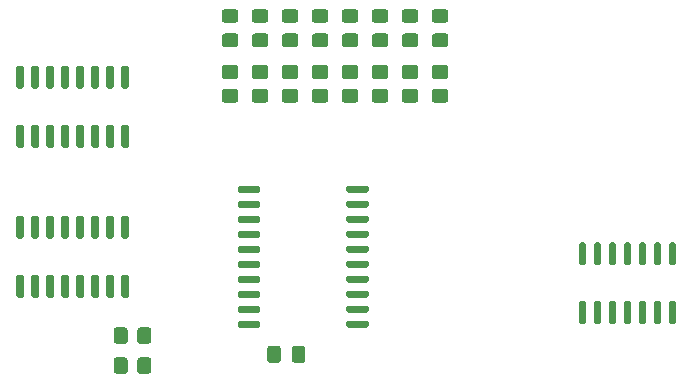
<source format=gbr>
G04 #@! TF.GenerationSoftware,KiCad,Pcbnew,(5.1.8)-1*
G04 #@! TF.CreationDate,2024-01-14T12:36:08+03:00*
G04 #@! TF.ProjectId,Reg,5265672e-6b69-4636-9164-5f7063625858,rev?*
G04 #@! TF.SameCoordinates,Original*
G04 #@! TF.FileFunction,Paste,Top*
G04 #@! TF.FilePolarity,Positive*
%FSLAX46Y46*%
G04 Gerber Fmt 4.6, Leading zero omitted, Abs format (unit mm)*
G04 Created by KiCad (PCBNEW (5.1.8)-1) date 2024-01-14 12:36:08*
%MOMM*%
%LPD*%
G01*
G04 APERTURE LIST*
G04 APERTURE END LIST*
G36*
G01*
X73425000Y-45535001D02*
X73425000Y-44634999D01*
G75*
G02*
X73674999Y-44385000I249999J0D01*
G01*
X74375001Y-44385000D01*
G75*
G02*
X74625000Y-44634999I0J-249999D01*
G01*
X74625000Y-45535001D01*
G75*
G02*
X74375001Y-45785000I-249999J0D01*
G01*
X73674999Y-45785000D01*
G75*
G02*
X73425000Y-45535001I0J249999D01*
G01*
G37*
G36*
G01*
X71425000Y-45535001D02*
X71425000Y-44634999D01*
G75*
G02*
X71674999Y-44385000I249999J0D01*
G01*
X72375001Y-44385000D01*
G75*
G02*
X72625000Y-44634999I0J-249999D01*
G01*
X72625000Y-45535001D01*
G75*
G02*
X72375001Y-45785000I-249999J0D01*
G01*
X71674999Y-45785000D01*
G75*
G02*
X71425000Y-45535001I0J249999D01*
G01*
G37*
G36*
G01*
X73425000Y-48075001D02*
X73425000Y-47174999D01*
G75*
G02*
X73674999Y-46925000I249999J0D01*
G01*
X74375001Y-46925000D01*
G75*
G02*
X74625000Y-47174999I0J-249999D01*
G01*
X74625000Y-48075001D01*
G75*
G02*
X74375001Y-48325000I-249999J0D01*
G01*
X73674999Y-48325000D01*
G75*
G02*
X73425000Y-48075001I0J249999D01*
G01*
G37*
G36*
G01*
X71425000Y-48075001D02*
X71425000Y-47174999D01*
G75*
G02*
X71674999Y-46925000I249999J0D01*
G01*
X72375001Y-46925000D01*
G75*
G02*
X72625000Y-47174999I0J-249999D01*
G01*
X72625000Y-48075001D01*
G75*
G02*
X72375001Y-48325000I-249999J0D01*
G01*
X71674999Y-48325000D01*
G75*
G02*
X71425000Y-48075001I0J249999D01*
G01*
G37*
G36*
G01*
X63650000Y-24217500D02*
X63350000Y-24217500D01*
G75*
G02*
X63200000Y-24067500I0J150000D01*
G01*
X63200000Y-22367500D01*
G75*
G02*
X63350000Y-22217500I150000J0D01*
G01*
X63650000Y-22217500D01*
G75*
G02*
X63800000Y-22367500I0J-150000D01*
G01*
X63800000Y-24067500D01*
G75*
G02*
X63650000Y-24217500I-150000J0D01*
G01*
G37*
G36*
G01*
X64920000Y-24217500D02*
X64620000Y-24217500D01*
G75*
G02*
X64470000Y-24067500I0J150000D01*
G01*
X64470000Y-22367500D01*
G75*
G02*
X64620000Y-22217500I150000J0D01*
G01*
X64920000Y-22217500D01*
G75*
G02*
X65070000Y-22367500I0J-150000D01*
G01*
X65070000Y-24067500D01*
G75*
G02*
X64920000Y-24217500I-150000J0D01*
G01*
G37*
G36*
G01*
X66190000Y-24217500D02*
X65890000Y-24217500D01*
G75*
G02*
X65740000Y-24067500I0J150000D01*
G01*
X65740000Y-22367500D01*
G75*
G02*
X65890000Y-22217500I150000J0D01*
G01*
X66190000Y-22217500D01*
G75*
G02*
X66340000Y-22367500I0J-150000D01*
G01*
X66340000Y-24067500D01*
G75*
G02*
X66190000Y-24217500I-150000J0D01*
G01*
G37*
G36*
G01*
X67460000Y-24217500D02*
X67160000Y-24217500D01*
G75*
G02*
X67010000Y-24067500I0J150000D01*
G01*
X67010000Y-22367500D01*
G75*
G02*
X67160000Y-22217500I150000J0D01*
G01*
X67460000Y-22217500D01*
G75*
G02*
X67610000Y-22367500I0J-150000D01*
G01*
X67610000Y-24067500D01*
G75*
G02*
X67460000Y-24217500I-150000J0D01*
G01*
G37*
G36*
G01*
X68730000Y-24217500D02*
X68430000Y-24217500D01*
G75*
G02*
X68280000Y-24067500I0J150000D01*
G01*
X68280000Y-22367500D01*
G75*
G02*
X68430000Y-22217500I150000J0D01*
G01*
X68730000Y-22217500D01*
G75*
G02*
X68880000Y-22367500I0J-150000D01*
G01*
X68880000Y-24067500D01*
G75*
G02*
X68730000Y-24217500I-150000J0D01*
G01*
G37*
G36*
G01*
X70000000Y-24217500D02*
X69700000Y-24217500D01*
G75*
G02*
X69550000Y-24067500I0J150000D01*
G01*
X69550000Y-22367500D01*
G75*
G02*
X69700000Y-22217500I150000J0D01*
G01*
X70000000Y-22217500D01*
G75*
G02*
X70150000Y-22367500I0J-150000D01*
G01*
X70150000Y-24067500D01*
G75*
G02*
X70000000Y-24217500I-150000J0D01*
G01*
G37*
G36*
G01*
X71270000Y-24217500D02*
X70970000Y-24217500D01*
G75*
G02*
X70820000Y-24067500I0J150000D01*
G01*
X70820000Y-22367500D01*
G75*
G02*
X70970000Y-22217500I150000J0D01*
G01*
X71270000Y-22217500D01*
G75*
G02*
X71420000Y-22367500I0J-150000D01*
G01*
X71420000Y-24067500D01*
G75*
G02*
X71270000Y-24217500I-150000J0D01*
G01*
G37*
G36*
G01*
X72540000Y-24217500D02*
X72240000Y-24217500D01*
G75*
G02*
X72090000Y-24067500I0J150000D01*
G01*
X72090000Y-22367500D01*
G75*
G02*
X72240000Y-22217500I150000J0D01*
G01*
X72540000Y-22217500D01*
G75*
G02*
X72690000Y-22367500I0J-150000D01*
G01*
X72690000Y-24067500D01*
G75*
G02*
X72540000Y-24217500I-150000J0D01*
G01*
G37*
G36*
G01*
X72540000Y-29217500D02*
X72240000Y-29217500D01*
G75*
G02*
X72090000Y-29067500I0J150000D01*
G01*
X72090000Y-27367500D01*
G75*
G02*
X72240000Y-27217500I150000J0D01*
G01*
X72540000Y-27217500D01*
G75*
G02*
X72690000Y-27367500I0J-150000D01*
G01*
X72690000Y-29067500D01*
G75*
G02*
X72540000Y-29217500I-150000J0D01*
G01*
G37*
G36*
G01*
X71270000Y-29217500D02*
X70970000Y-29217500D01*
G75*
G02*
X70820000Y-29067500I0J150000D01*
G01*
X70820000Y-27367500D01*
G75*
G02*
X70970000Y-27217500I150000J0D01*
G01*
X71270000Y-27217500D01*
G75*
G02*
X71420000Y-27367500I0J-150000D01*
G01*
X71420000Y-29067500D01*
G75*
G02*
X71270000Y-29217500I-150000J0D01*
G01*
G37*
G36*
G01*
X70000000Y-29217500D02*
X69700000Y-29217500D01*
G75*
G02*
X69550000Y-29067500I0J150000D01*
G01*
X69550000Y-27367500D01*
G75*
G02*
X69700000Y-27217500I150000J0D01*
G01*
X70000000Y-27217500D01*
G75*
G02*
X70150000Y-27367500I0J-150000D01*
G01*
X70150000Y-29067500D01*
G75*
G02*
X70000000Y-29217500I-150000J0D01*
G01*
G37*
G36*
G01*
X68730000Y-29217500D02*
X68430000Y-29217500D01*
G75*
G02*
X68280000Y-29067500I0J150000D01*
G01*
X68280000Y-27367500D01*
G75*
G02*
X68430000Y-27217500I150000J0D01*
G01*
X68730000Y-27217500D01*
G75*
G02*
X68880000Y-27367500I0J-150000D01*
G01*
X68880000Y-29067500D01*
G75*
G02*
X68730000Y-29217500I-150000J0D01*
G01*
G37*
G36*
G01*
X67460000Y-29217500D02*
X67160000Y-29217500D01*
G75*
G02*
X67010000Y-29067500I0J150000D01*
G01*
X67010000Y-27367500D01*
G75*
G02*
X67160000Y-27217500I150000J0D01*
G01*
X67460000Y-27217500D01*
G75*
G02*
X67610000Y-27367500I0J-150000D01*
G01*
X67610000Y-29067500D01*
G75*
G02*
X67460000Y-29217500I-150000J0D01*
G01*
G37*
G36*
G01*
X66190000Y-29217500D02*
X65890000Y-29217500D01*
G75*
G02*
X65740000Y-29067500I0J150000D01*
G01*
X65740000Y-27367500D01*
G75*
G02*
X65890000Y-27217500I150000J0D01*
G01*
X66190000Y-27217500D01*
G75*
G02*
X66340000Y-27367500I0J-150000D01*
G01*
X66340000Y-29067500D01*
G75*
G02*
X66190000Y-29217500I-150000J0D01*
G01*
G37*
G36*
G01*
X64920000Y-29217500D02*
X64620000Y-29217500D01*
G75*
G02*
X64470000Y-29067500I0J150000D01*
G01*
X64470000Y-27367500D01*
G75*
G02*
X64620000Y-27217500I150000J0D01*
G01*
X64920000Y-27217500D01*
G75*
G02*
X65070000Y-27367500I0J-150000D01*
G01*
X65070000Y-29067500D01*
G75*
G02*
X64920000Y-29217500I-150000J0D01*
G01*
G37*
G36*
G01*
X63650000Y-29217500D02*
X63350000Y-29217500D01*
G75*
G02*
X63200000Y-29067500I0J150000D01*
G01*
X63200000Y-27367500D01*
G75*
G02*
X63350000Y-27217500I150000J0D01*
G01*
X63650000Y-27217500D01*
G75*
G02*
X63800000Y-27367500I0J-150000D01*
G01*
X63800000Y-29067500D01*
G75*
G02*
X63650000Y-29217500I-150000J0D01*
G01*
G37*
G36*
G01*
X63650000Y-36917500D02*
X63350000Y-36917500D01*
G75*
G02*
X63200000Y-36767500I0J150000D01*
G01*
X63200000Y-35067500D01*
G75*
G02*
X63350000Y-34917500I150000J0D01*
G01*
X63650000Y-34917500D01*
G75*
G02*
X63800000Y-35067500I0J-150000D01*
G01*
X63800000Y-36767500D01*
G75*
G02*
X63650000Y-36917500I-150000J0D01*
G01*
G37*
G36*
G01*
X64920000Y-36917500D02*
X64620000Y-36917500D01*
G75*
G02*
X64470000Y-36767500I0J150000D01*
G01*
X64470000Y-35067500D01*
G75*
G02*
X64620000Y-34917500I150000J0D01*
G01*
X64920000Y-34917500D01*
G75*
G02*
X65070000Y-35067500I0J-150000D01*
G01*
X65070000Y-36767500D01*
G75*
G02*
X64920000Y-36917500I-150000J0D01*
G01*
G37*
G36*
G01*
X66190000Y-36917500D02*
X65890000Y-36917500D01*
G75*
G02*
X65740000Y-36767500I0J150000D01*
G01*
X65740000Y-35067500D01*
G75*
G02*
X65890000Y-34917500I150000J0D01*
G01*
X66190000Y-34917500D01*
G75*
G02*
X66340000Y-35067500I0J-150000D01*
G01*
X66340000Y-36767500D01*
G75*
G02*
X66190000Y-36917500I-150000J0D01*
G01*
G37*
G36*
G01*
X67460000Y-36917500D02*
X67160000Y-36917500D01*
G75*
G02*
X67010000Y-36767500I0J150000D01*
G01*
X67010000Y-35067500D01*
G75*
G02*
X67160000Y-34917500I150000J0D01*
G01*
X67460000Y-34917500D01*
G75*
G02*
X67610000Y-35067500I0J-150000D01*
G01*
X67610000Y-36767500D01*
G75*
G02*
X67460000Y-36917500I-150000J0D01*
G01*
G37*
G36*
G01*
X68730000Y-36917500D02*
X68430000Y-36917500D01*
G75*
G02*
X68280000Y-36767500I0J150000D01*
G01*
X68280000Y-35067500D01*
G75*
G02*
X68430000Y-34917500I150000J0D01*
G01*
X68730000Y-34917500D01*
G75*
G02*
X68880000Y-35067500I0J-150000D01*
G01*
X68880000Y-36767500D01*
G75*
G02*
X68730000Y-36917500I-150000J0D01*
G01*
G37*
G36*
G01*
X70000000Y-36917500D02*
X69700000Y-36917500D01*
G75*
G02*
X69550000Y-36767500I0J150000D01*
G01*
X69550000Y-35067500D01*
G75*
G02*
X69700000Y-34917500I150000J0D01*
G01*
X70000000Y-34917500D01*
G75*
G02*
X70150000Y-35067500I0J-150000D01*
G01*
X70150000Y-36767500D01*
G75*
G02*
X70000000Y-36917500I-150000J0D01*
G01*
G37*
G36*
G01*
X71270000Y-36917500D02*
X70970000Y-36917500D01*
G75*
G02*
X70820000Y-36767500I0J150000D01*
G01*
X70820000Y-35067500D01*
G75*
G02*
X70970000Y-34917500I150000J0D01*
G01*
X71270000Y-34917500D01*
G75*
G02*
X71420000Y-35067500I0J-150000D01*
G01*
X71420000Y-36767500D01*
G75*
G02*
X71270000Y-36917500I-150000J0D01*
G01*
G37*
G36*
G01*
X72540000Y-36917500D02*
X72240000Y-36917500D01*
G75*
G02*
X72090000Y-36767500I0J150000D01*
G01*
X72090000Y-35067500D01*
G75*
G02*
X72240000Y-34917500I150000J0D01*
G01*
X72540000Y-34917500D01*
G75*
G02*
X72690000Y-35067500I0J-150000D01*
G01*
X72690000Y-36767500D01*
G75*
G02*
X72540000Y-36917500I-150000J0D01*
G01*
G37*
G36*
G01*
X72540000Y-41917500D02*
X72240000Y-41917500D01*
G75*
G02*
X72090000Y-41767500I0J150000D01*
G01*
X72090000Y-40067500D01*
G75*
G02*
X72240000Y-39917500I150000J0D01*
G01*
X72540000Y-39917500D01*
G75*
G02*
X72690000Y-40067500I0J-150000D01*
G01*
X72690000Y-41767500D01*
G75*
G02*
X72540000Y-41917500I-150000J0D01*
G01*
G37*
G36*
G01*
X71270000Y-41917500D02*
X70970000Y-41917500D01*
G75*
G02*
X70820000Y-41767500I0J150000D01*
G01*
X70820000Y-40067500D01*
G75*
G02*
X70970000Y-39917500I150000J0D01*
G01*
X71270000Y-39917500D01*
G75*
G02*
X71420000Y-40067500I0J-150000D01*
G01*
X71420000Y-41767500D01*
G75*
G02*
X71270000Y-41917500I-150000J0D01*
G01*
G37*
G36*
G01*
X70000000Y-41917500D02*
X69700000Y-41917500D01*
G75*
G02*
X69550000Y-41767500I0J150000D01*
G01*
X69550000Y-40067500D01*
G75*
G02*
X69700000Y-39917500I150000J0D01*
G01*
X70000000Y-39917500D01*
G75*
G02*
X70150000Y-40067500I0J-150000D01*
G01*
X70150000Y-41767500D01*
G75*
G02*
X70000000Y-41917500I-150000J0D01*
G01*
G37*
G36*
G01*
X68730000Y-41917500D02*
X68430000Y-41917500D01*
G75*
G02*
X68280000Y-41767500I0J150000D01*
G01*
X68280000Y-40067500D01*
G75*
G02*
X68430000Y-39917500I150000J0D01*
G01*
X68730000Y-39917500D01*
G75*
G02*
X68880000Y-40067500I0J-150000D01*
G01*
X68880000Y-41767500D01*
G75*
G02*
X68730000Y-41917500I-150000J0D01*
G01*
G37*
G36*
G01*
X67460000Y-41917500D02*
X67160000Y-41917500D01*
G75*
G02*
X67010000Y-41767500I0J150000D01*
G01*
X67010000Y-40067500D01*
G75*
G02*
X67160000Y-39917500I150000J0D01*
G01*
X67460000Y-39917500D01*
G75*
G02*
X67610000Y-40067500I0J-150000D01*
G01*
X67610000Y-41767500D01*
G75*
G02*
X67460000Y-41917500I-150000J0D01*
G01*
G37*
G36*
G01*
X66190000Y-41917500D02*
X65890000Y-41917500D01*
G75*
G02*
X65740000Y-41767500I0J150000D01*
G01*
X65740000Y-40067500D01*
G75*
G02*
X65890000Y-39917500I150000J0D01*
G01*
X66190000Y-39917500D01*
G75*
G02*
X66340000Y-40067500I0J-150000D01*
G01*
X66340000Y-41767500D01*
G75*
G02*
X66190000Y-41917500I-150000J0D01*
G01*
G37*
G36*
G01*
X64920000Y-41917500D02*
X64620000Y-41917500D01*
G75*
G02*
X64470000Y-41767500I0J150000D01*
G01*
X64470000Y-40067500D01*
G75*
G02*
X64620000Y-39917500I150000J0D01*
G01*
X64920000Y-39917500D01*
G75*
G02*
X65070000Y-40067500I0J-150000D01*
G01*
X65070000Y-41767500D01*
G75*
G02*
X64920000Y-41917500I-150000J0D01*
G01*
G37*
G36*
G01*
X63650000Y-41917500D02*
X63350000Y-41917500D01*
G75*
G02*
X63200000Y-41767500I0J150000D01*
G01*
X63200000Y-40067500D01*
G75*
G02*
X63350000Y-39917500I150000J0D01*
G01*
X63650000Y-39917500D01*
G75*
G02*
X63800000Y-40067500I0J-150000D01*
G01*
X63800000Y-41767500D01*
G75*
G02*
X63650000Y-41917500I-150000J0D01*
G01*
G37*
G36*
G01*
X85592500Y-46197500D02*
X85592500Y-47147500D01*
G75*
G02*
X85342500Y-47397500I-250000J0D01*
G01*
X84667500Y-47397500D01*
G75*
G02*
X84417500Y-47147500I0J250000D01*
G01*
X84417500Y-46197500D01*
G75*
G02*
X84667500Y-45947500I250000J0D01*
G01*
X85342500Y-45947500D01*
G75*
G02*
X85592500Y-46197500I0J-250000D01*
G01*
G37*
G36*
G01*
X87667500Y-46197500D02*
X87667500Y-47147500D01*
G75*
G02*
X87417500Y-47397500I-250000J0D01*
G01*
X86742500Y-47397500D01*
G75*
G02*
X86492500Y-47147500I0J250000D01*
G01*
X86492500Y-46197500D01*
G75*
G02*
X86742500Y-45947500I250000J0D01*
G01*
X87417500Y-45947500D01*
G75*
G02*
X87667500Y-46197500I0J-250000D01*
G01*
G37*
G36*
G01*
X99510001Y-23365000D02*
X98609999Y-23365000D01*
G75*
G02*
X98360000Y-23115001I0J249999D01*
G01*
X98360000Y-22414999D01*
G75*
G02*
X98609999Y-22165000I249999J0D01*
G01*
X99510001Y-22165000D01*
G75*
G02*
X99760000Y-22414999I0J-249999D01*
G01*
X99760000Y-23115001D01*
G75*
G02*
X99510001Y-23365000I-249999J0D01*
G01*
G37*
G36*
G01*
X99510001Y-25365000D02*
X98609999Y-25365000D01*
G75*
G02*
X98360000Y-25115001I0J249999D01*
G01*
X98360000Y-24414999D01*
G75*
G02*
X98609999Y-24165000I249999J0D01*
G01*
X99510001Y-24165000D01*
G75*
G02*
X99760000Y-24414999I0J-249999D01*
G01*
X99760000Y-25115001D01*
G75*
G02*
X99510001Y-25365000I-249999J0D01*
G01*
G37*
G36*
G01*
X96970001Y-23365000D02*
X96069999Y-23365000D01*
G75*
G02*
X95820000Y-23115001I0J249999D01*
G01*
X95820000Y-22414999D01*
G75*
G02*
X96069999Y-22165000I249999J0D01*
G01*
X96970001Y-22165000D01*
G75*
G02*
X97220000Y-22414999I0J-249999D01*
G01*
X97220000Y-23115001D01*
G75*
G02*
X96970001Y-23365000I-249999J0D01*
G01*
G37*
G36*
G01*
X96970001Y-25365000D02*
X96069999Y-25365000D01*
G75*
G02*
X95820000Y-25115001I0J249999D01*
G01*
X95820000Y-24414999D01*
G75*
G02*
X96069999Y-24165000I249999J0D01*
G01*
X96970001Y-24165000D01*
G75*
G02*
X97220000Y-24414999I0J-249999D01*
G01*
X97220000Y-25115001D01*
G75*
G02*
X96970001Y-25365000I-249999J0D01*
G01*
G37*
G36*
G01*
X94430001Y-23365000D02*
X93529999Y-23365000D01*
G75*
G02*
X93280000Y-23115001I0J249999D01*
G01*
X93280000Y-22414999D01*
G75*
G02*
X93529999Y-22165000I249999J0D01*
G01*
X94430001Y-22165000D01*
G75*
G02*
X94680000Y-22414999I0J-249999D01*
G01*
X94680000Y-23115001D01*
G75*
G02*
X94430001Y-23365000I-249999J0D01*
G01*
G37*
G36*
G01*
X94430001Y-25365000D02*
X93529999Y-25365000D01*
G75*
G02*
X93280000Y-25115001I0J249999D01*
G01*
X93280000Y-24414999D01*
G75*
G02*
X93529999Y-24165000I249999J0D01*
G01*
X94430001Y-24165000D01*
G75*
G02*
X94680000Y-24414999I0J-249999D01*
G01*
X94680000Y-25115001D01*
G75*
G02*
X94430001Y-25365000I-249999J0D01*
G01*
G37*
G36*
G01*
X91890001Y-23365000D02*
X90989999Y-23365000D01*
G75*
G02*
X90740000Y-23115001I0J249999D01*
G01*
X90740000Y-22414999D01*
G75*
G02*
X90989999Y-22165000I249999J0D01*
G01*
X91890001Y-22165000D01*
G75*
G02*
X92140000Y-22414999I0J-249999D01*
G01*
X92140000Y-23115001D01*
G75*
G02*
X91890001Y-23365000I-249999J0D01*
G01*
G37*
G36*
G01*
X91890001Y-25365000D02*
X90989999Y-25365000D01*
G75*
G02*
X90740000Y-25115001I0J249999D01*
G01*
X90740000Y-24414999D01*
G75*
G02*
X90989999Y-24165000I249999J0D01*
G01*
X91890001Y-24165000D01*
G75*
G02*
X92140000Y-24414999I0J-249999D01*
G01*
X92140000Y-25115001D01*
G75*
G02*
X91890001Y-25365000I-249999J0D01*
G01*
G37*
G36*
G01*
X89350001Y-23365000D02*
X88449999Y-23365000D01*
G75*
G02*
X88200000Y-23115001I0J249999D01*
G01*
X88200000Y-22414999D01*
G75*
G02*
X88449999Y-22165000I249999J0D01*
G01*
X89350001Y-22165000D01*
G75*
G02*
X89600000Y-22414999I0J-249999D01*
G01*
X89600000Y-23115001D01*
G75*
G02*
X89350001Y-23365000I-249999J0D01*
G01*
G37*
G36*
G01*
X89350001Y-25365000D02*
X88449999Y-25365000D01*
G75*
G02*
X88200000Y-25115001I0J249999D01*
G01*
X88200000Y-24414999D01*
G75*
G02*
X88449999Y-24165000I249999J0D01*
G01*
X89350001Y-24165000D01*
G75*
G02*
X89600000Y-24414999I0J-249999D01*
G01*
X89600000Y-25115001D01*
G75*
G02*
X89350001Y-25365000I-249999J0D01*
G01*
G37*
G36*
G01*
X86810001Y-23365000D02*
X85909999Y-23365000D01*
G75*
G02*
X85660000Y-23115001I0J249999D01*
G01*
X85660000Y-22414999D01*
G75*
G02*
X85909999Y-22165000I249999J0D01*
G01*
X86810001Y-22165000D01*
G75*
G02*
X87060000Y-22414999I0J-249999D01*
G01*
X87060000Y-23115001D01*
G75*
G02*
X86810001Y-23365000I-249999J0D01*
G01*
G37*
G36*
G01*
X86810001Y-25365000D02*
X85909999Y-25365000D01*
G75*
G02*
X85660000Y-25115001I0J249999D01*
G01*
X85660000Y-24414999D01*
G75*
G02*
X85909999Y-24165000I249999J0D01*
G01*
X86810001Y-24165000D01*
G75*
G02*
X87060000Y-24414999I0J-249999D01*
G01*
X87060000Y-25115001D01*
G75*
G02*
X86810001Y-25365000I-249999J0D01*
G01*
G37*
G36*
G01*
X84270001Y-23365000D02*
X83369999Y-23365000D01*
G75*
G02*
X83120000Y-23115001I0J249999D01*
G01*
X83120000Y-22414999D01*
G75*
G02*
X83369999Y-22165000I249999J0D01*
G01*
X84270001Y-22165000D01*
G75*
G02*
X84520000Y-22414999I0J-249999D01*
G01*
X84520000Y-23115001D01*
G75*
G02*
X84270001Y-23365000I-249999J0D01*
G01*
G37*
G36*
G01*
X84270001Y-25365000D02*
X83369999Y-25365000D01*
G75*
G02*
X83120000Y-25115001I0J249999D01*
G01*
X83120000Y-24414999D01*
G75*
G02*
X83369999Y-24165000I249999J0D01*
G01*
X84270001Y-24165000D01*
G75*
G02*
X84520000Y-24414999I0J-249999D01*
G01*
X84520000Y-25115001D01*
G75*
G02*
X84270001Y-25365000I-249999J0D01*
G01*
G37*
G36*
G01*
X81730001Y-23365000D02*
X80829999Y-23365000D01*
G75*
G02*
X80580000Y-23115001I0J249999D01*
G01*
X80580000Y-22414999D01*
G75*
G02*
X80829999Y-22165000I249999J0D01*
G01*
X81730001Y-22165000D01*
G75*
G02*
X81980000Y-22414999I0J-249999D01*
G01*
X81980000Y-23115001D01*
G75*
G02*
X81730001Y-23365000I-249999J0D01*
G01*
G37*
G36*
G01*
X81730001Y-25365000D02*
X80829999Y-25365000D01*
G75*
G02*
X80580000Y-25115001I0J249999D01*
G01*
X80580000Y-24414999D01*
G75*
G02*
X80829999Y-24165000I249999J0D01*
G01*
X81730001Y-24165000D01*
G75*
G02*
X81980000Y-24414999I0J-249999D01*
G01*
X81980000Y-25115001D01*
G75*
G02*
X81730001Y-25365000I-249999J0D01*
G01*
G37*
G36*
G01*
X98609999Y-19500000D02*
X99510001Y-19500000D01*
G75*
G02*
X99760000Y-19749999I0J-249999D01*
G01*
X99760000Y-20400001D01*
G75*
G02*
X99510001Y-20650000I-249999J0D01*
G01*
X98609999Y-20650000D01*
G75*
G02*
X98360000Y-20400001I0J249999D01*
G01*
X98360000Y-19749999D01*
G75*
G02*
X98609999Y-19500000I249999J0D01*
G01*
G37*
G36*
G01*
X98609999Y-17450000D02*
X99510001Y-17450000D01*
G75*
G02*
X99760000Y-17699999I0J-249999D01*
G01*
X99760000Y-18350001D01*
G75*
G02*
X99510001Y-18600000I-249999J0D01*
G01*
X98609999Y-18600000D01*
G75*
G02*
X98360000Y-18350001I0J249999D01*
G01*
X98360000Y-17699999D01*
G75*
G02*
X98609999Y-17450000I249999J0D01*
G01*
G37*
G36*
G01*
X96069999Y-19500000D02*
X96970001Y-19500000D01*
G75*
G02*
X97220000Y-19749999I0J-249999D01*
G01*
X97220000Y-20400001D01*
G75*
G02*
X96970001Y-20650000I-249999J0D01*
G01*
X96069999Y-20650000D01*
G75*
G02*
X95820000Y-20400001I0J249999D01*
G01*
X95820000Y-19749999D01*
G75*
G02*
X96069999Y-19500000I249999J0D01*
G01*
G37*
G36*
G01*
X96069999Y-17450000D02*
X96970001Y-17450000D01*
G75*
G02*
X97220000Y-17699999I0J-249999D01*
G01*
X97220000Y-18350001D01*
G75*
G02*
X96970001Y-18600000I-249999J0D01*
G01*
X96069999Y-18600000D01*
G75*
G02*
X95820000Y-18350001I0J249999D01*
G01*
X95820000Y-17699999D01*
G75*
G02*
X96069999Y-17450000I249999J0D01*
G01*
G37*
G36*
G01*
X93529999Y-19500000D02*
X94430001Y-19500000D01*
G75*
G02*
X94680000Y-19749999I0J-249999D01*
G01*
X94680000Y-20400001D01*
G75*
G02*
X94430001Y-20650000I-249999J0D01*
G01*
X93529999Y-20650000D01*
G75*
G02*
X93280000Y-20400001I0J249999D01*
G01*
X93280000Y-19749999D01*
G75*
G02*
X93529999Y-19500000I249999J0D01*
G01*
G37*
G36*
G01*
X93529999Y-17450000D02*
X94430001Y-17450000D01*
G75*
G02*
X94680000Y-17699999I0J-249999D01*
G01*
X94680000Y-18350001D01*
G75*
G02*
X94430001Y-18600000I-249999J0D01*
G01*
X93529999Y-18600000D01*
G75*
G02*
X93280000Y-18350001I0J249999D01*
G01*
X93280000Y-17699999D01*
G75*
G02*
X93529999Y-17450000I249999J0D01*
G01*
G37*
G36*
G01*
X90989999Y-19500000D02*
X91890001Y-19500000D01*
G75*
G02*
X92140000Y-19749999I0J-249999D01*
G01*
X92140000Y-20400001D01*
G75*
G02*
X91890001Y-20650000I-249999J0D01*
G01*
X90989999Y-20650000D01*
G75*
G02*
X90740000Y-20400001I0J249999D01*
G01*
X90740000Y-19749999D01*
G75*
G02*
X90989999Y-19500000I249999J0D01*
G01*
G37*
G36*
G01*
X90989999Y-17450000D02*
X91890001Y-17450000D01*
G75*
G02*
X92140000Y-17699999I0J-249999D01*
G01*
X92140000Y-18350001D01*
G75*
G02*
X91890001Y-18600000I-249999J0D01*
G01*
X90989999Y-18600000D01*
G75*
G02*
X90740000Y-18350001I0J249999D01*
G01*
X90740000Y-17699999D01*
G75*
G02*
X90989999Y-17450000I249999J0D01*
G01*
G37*
G36*
G01*
X88449999Y-19500000D02*
X89350001Y-19500000D01*
G75*
G02*
X89600000Y-19749999I0J-249999D01*
G01*
X89600000Y-20400001D01*
G75*
G02*
X89350001Y-20650000I-249999J0D01*
G01*
X88449999Y-20650000D01*
G75*
G02*
X88200000Y-20400001I0J249999D01*
G01*
X88200000Y-19749999D01*
G75*
G02*
X88449999Y-19500000I249999J0D01*
G01*
G37*
G36*
G01*
X88449999Y-17450000D02*
X89350001Y-17450000D01*
G75*
G02*
X89600000Y-17699999I0J-249999D01*
G01*
X89600000Y-18350001D01*
G75*
G02*
X89350001Y-18600000I-249999J0D01*
G01*
X88449999Y-18600000D01*
G75*
G02*
X88200000Y-18350001I0J249999D01*
G01*
X88200000Y-17699999D01*
G75*
G02*
X88449999Y-17450000I249999J0D01*
G01*
G37*
G36*
G01*
X85909999Y-19500000D02*
X86810001Y-19500000D01*
G75*
G02*
X87060000Y-19749999I0J-249999D01*
G01*
X87060000Y-20400001D01*
G75*
G02*
X86810001Y-20650000I-249999J0D01*
G01*
X85909999Y-20650000D01*
G75*
G02*
X85660000Y-20400001I0J249999D01*
G01*
X85660000Y-19749999D01*
G75*
G02*
X85909999Y-19500000I249999J0D01*
G01*
G37*
G36*
G01*
X85909999Y-17450000D02*
X86810001Y-17450000D01*
G75*
G02*
X87060000Y-17699999I0J-249999D01*
G01*
X87060000Y-18350001D01*
G75*
G02*
X86810001Y-18600000I-249999J0D01*
G01*
X85909999Y-18600000D01*
G75*
G02*
X85660000Y-18350001I0J249999D01*
G01*
X85660000Y-17699999D01*
G75*
G02*
X85909999Y-17450000I249999J0D01*
G01*
G37*
G36*
G01*
X83369999Y-19500000D02*
X84270001Y-19500000D01*
G75*
G02*
X84520000Y-19749999I0J-249999D01*
G01*
X84520000Y-20400001D01*
G75*
G02*
X84270001Y-20650000I-249999J0D01*
G01*
X83369999Y-20650000D01*
G75*
G02*
X83120000Y-20400001I0J249999D01*
G01*
X83120000Y-19749999D01*
G75*
G02*
X83369999Y-19500000I249999J0D01*
G01*
G37*
G36*
G01*
X83369999Y-17450000D02*
X84270001Y-17450000D01*
G75*
G02*
X84520000Y-17699999I0J-249999D01*
G01*
X84520000Y-18350001D01*
G75*
G02*
X84270001Y-18600000I-249999J0D01*
G01*
X83369999Y-18600000D01*
G75*
G02*
X83120000Y-18350001I0J249999D01*
G01*
X83120000Y-17699999D01*
G75*
G02*
X83369999Y-17450000I249999J0D01*
G01*
G37*
G36*
G01*
X80829999Y-19500000D02*
X81730001Y-19500000D01*
G75*
G02*
X81980000Y-19749999I0J-249999D01*
G01*
X81980000Y-20400001D01*
G75*
G02*
X81730001Y-20650000I-249999J0D01*
G01*
X80829999Y-20650000D01*
G75*
G02*
X80580000Y-20400001I0J249999D01*
G01*
X80580000Y-19749999D01*
G75*
G02*
X80829999Y-19500000I249999J0D01*
G01*
G37*
G36*
G01*
X80829999Y-17450000D02*
X81730001Y-17450000D01*
G75*
G02*
X81980000Y-17699999I0J-249999D01*
G01*
X81980000Y-18350001D01*
G75*
G02*
X81730001Y-18600000I-249999J0D01*
G01*
X80829999Y-18600000D01*
G75*
G02*
X80580000Y-18350001I0J249999D01*
G01*
X80580000Y-17699999D01*
G75*
G02*
X80829999Y-17450000I249999J0D01*
G01*
G37*
G36*
G01*
X111275000Y-44090000D02*
X110975000Y-44090000D01*
G75*
G02*
X110825000Y-43940000I0J150000D01*
G01*
X110825000Y-42290000D01*
G75*
G02*
X110975000Y-42140000I150000J0D01*
G01*
X111275000Y-42140000D01*
G75*
G02*
X111425000Y-42290000I0J-150000D01*
G01*
X111425000Y-43940000D01*
G75*
G02*
X111275000Y-44090000I-150000J0D01*
G01*
G37*
G36*
G01*
X112545000Y-44090000D02*
X112245000Y-44090000D01*
G75*
G02*
X112095000Y-43940000I0J150000D01*
G01*
X112095000Y-42290000D01*
G75*
G02*
X112245000Y-42140000I150000J0D01*
G01*
X112545000Y-42140000D01*
G75*
G02*
X112695000Y-42290000I0J-150000D01*
G01*
X112695000Y-43940000D01*
G75*
G02*
X112545000Y-44090000I-150000J0D01*
G01*
G37*
G36*
G01*
X113815000Y-44090000D02*
X113515000Y-44090000D01*
G75*
G02*
X113365000Y-43940000I0J150000D01*
G01*
X113365000Y-42290000D01*
G75*
G02*
X113515000Y-42140000I150000J0D01*
G01*
X113815000Y-42140000D01*
G75*
G02*
X113965000Y-42290000I0J-150000D01*
G01*
X113965000Y-43940000D01*
G75*
G02*
X113815000Y-44090000I-150000J0D01*
G01*
G37*
G36*
G01*
X115085000Y-44090000D02*
X114785000Y-44090000D01*
G75*
G02*
X114635000Y-43940000I0J150000D01*
G01*
X114635000Y-42290000D01*
G75*
G02*
X114785000Y-42140000I150000J0D01*
G01*
X115085000Y-42140000D01*
G75*
G02*
X115235000Y-42290000I0J-150000D01*
G01*
X115235000Y-43940000D01*
G75*
G02*
X115085000Y-44090000I-150000J0D01*
G01*
G37*
G36*
G01*
X116355000Y-44090000D02*
X116055000Y-44090000D01*
G75*
G02*
X115905000Y-43940000I0J150000D01*
G01*
X115905000Y-42290000D01*
G75*
G02*
X116055000Y-42140000I150000J0D01*
G01*
X116355000Y-42140000D01*
G75*
G02*
X116505000Y-42290000I0J-150000D01*
G01*
X116505000Y-43940000D01*
G75*
G02*
X116355000Y-44090000I-150000J0D01*
G01*
G37*
G36*
G01*
X117625000Y-44090000D02*
X117325000Y-44090000D01*
G75*
G02*
X117175000Y-43940000I0J150000D01*
G01*
X117175000Y-42290000D01*
G75*
G02*
X117325000Y-42140000I150000J0D01*
G01*
X117625000Y-42140000D01*
G75*
G02*
X117775000Y-42290000I0J-150000D01*
G01*
X117775000Y-43940000D01*
G75*
G02*
X117625000Y-44090000I-150000J0D01*
G01*
G37*
G36*
G01*
X118895000Y-44090000D02*
X118595000Y-44090000D01*
G75*
G02*
X118445000Y-43940000I0J150000D01*
G01*
X118445000Y-42290000D01*
G75*
G02*
X118595000Y-42140000I150000J0D01*
G01*
X118895000Y-42140000D01*
G75*
G02*
X119045000Y-42290000I0J-150000D01*
G01*
X119045000Y-43940000D01*
G75*
G02*
X118895000Y-44090000I-150000J0D01*
G01*
G37*
G36*
G01*
X118895000Y-39140000D02*
X118595000Y-39140000D01*
G75*
G02*
X118445000Y-38990000I0J150000D01*
G01*
X118445000Y-37340000D01*
G75*
G02*
X118595000Y-37190000I150000J0D01*
G01*
X118895000Y-37190000D01*
G75*
G02*
X119045000Y-37340000I0J-150000D01*
G01*
X119045000Y-38990000D01*
G75*
G02*
X118895000Y-39140000I-150000J0D01*
G01*
G37*
G36*
G01*
X117625000Y-39140000D02*
X117325000Y-39140000D01*
G75*
G02*
X117175000Y-38990000I0J150000D01*
G01*
X117175000Y-37340000D01*
G75*
G02*
X117325000Y-37190000I150000J0D01*
G01*
X117625000Y-37190000D01*
G75*
G02*
X117775000Y-37340000I0J-150000D01*
G01*
X117775000Y-38990000D01*
G75*
G02*
X117625000Y-39140000I-150000J0D01*
G01*
G37*
G36*
G01*
X116355000Y-39140000D02*
X116055000Y-39140000D01*
G75*
G02*
X115905000Y-38990000I0J150000D01*
G01*
X115905000Y-37340000D01*
G75*
G02*
X116055000Y-37190000I150000J0D01*
G01*
X116355000Y-37190000D01*
G75*
G02*
X116505000Y-37340000I0J-150000D01*
G01*
X116505000Y-38990000D01*
G75*
G02*
X116355000Y-39140000I-150000J0D01*
G01*
G37*
G36*
G01*
X115085000Y-39140000D02*
X114785000Y-39140000D01*
G75*
G02*
X114635000Y-38990000I0J150000D01*
G01*
X114635000Y-37340000D01*
G75*
G02*
X114785000Y-37190000I150000J0D01*
G01*
X115085000Y-37190000D01*
G75*
G02*
X115235000Y-37340000I0J-150000D01*
G01*
X115235000Y-38990000D01*
G75*
G02*
X115085000Y-39140000I-150000J0D01*
G01*
G37*
G36*
G01*
X113815000Y-39140000D02*
X113515000Y-39140000D01*
G75*
G02*
X113365000Y-38990000I0J150000D01*
G01*
X113365000Y-37340000D01*
G75*
G02*
X113515000Y-37190000I150000J0D01*
G01*
X113815000Y-37190000D01*
G75*
G02*
X113965000Y-37340000I0J-150000D01*
G01*
X113965000Y-38990000D01*
G75*
G02*
X113815000Y-39140000I-150000J0D01*
G01*
G37*
G36*
G01*
X112545000Y-39140000D02*
X112245000Y-39140000D01*
G75*
G02*
X112095000Y-38990000I0J150000D01*
G01*
X112095000Y-37340000D01*
G75*
G02*
X112245000Y-37190000I150000J0D01*
G01*
X112545000Y-37190000D01*
G75*
G02*
X112695000Y-37340000I0J-150000D01*
G01*
X112695000Y-38990000D01*
G75*
G02*
X112545000Y-39140000I-150000J0D01*
G01*
G37*
G36*
G01*
X111275000Y-39140000D02*
X110975000Y-39140000D01*
G75*
G02*
X110825000Y-38990000I0J150000D01*
G01*
X110825000Y-37340000D01*
G75*
G02*
X110975000Y-37190000I150000J0D01*
G01*
X111275000Y-37190000D01*
G75*
G02*
X111425000Y-37340000I0J-150000D01*
G01*
X111425000Y-38990000D01*
G75*
G02*
X111275000Y-39140000I-150000J0D01*
G01*
G37*
G36*
G01*
X81917500Y-32852500D02*
X81917500Y-32552500D01*
G75*
G02*
X82067500Y-32402500I150000J0D01*
G01*
X83667500Y-32402500D01*
G75*
G02*
X83817500Y-32552500I0J-150000D01*
G01*
X83817500Y-32852500D01*
G75*
G02*
X83667500Y-33002500I-150000J0D01*
G01*
X82067500Y-33002500D01*
G75*
G02*
X81917500Y-32852500I0J150000D01*
G01*
G37*
G36*
G01*
X81917500Y-34122500D02*
X81917500Y-33822500D01*
G75*
G02*
X82067500Y-33672500I150000J0D01*
G01*
X83667500Y-33672500D01*
G75*
G02*
X83817500Y-33822500I0J-150000D01*
G01*
X83817500Y-34122500D01*
G75*
G02*
X83667500Y-34272500I-150000J0D01*
G01*
X82067500Y-34272500D01*
G75*
G02*
X81917500Y-34122500I0J150000D01*
G01*
G37*
G36*
G01*
X81917500Y-35392500D02*
X81917500Y-35092500D01*
G75*
G02*
X82067500Y-34942500I150000J0D01*
G01*
X83667500Y-34942500D01*
G75*
G02*
X83817500Y-35092500I0J-150000D01*
G01*
X83817500Y-35392500D01*
G75*
G02*
X83667500Y-35542500I-150000J0D01*
G01*
X82067500Y-35542500D01*
G75*
G02*
X81917500Y-35392500I0J150000D01*
G01*
G37*
G36*
G01*
X81917500Y-36662500D02*
X81917500Y-36362500D01*
G75*
G02*
X82067500Y-36212500I150000J0D01*
G01*
X83667500Y-36212500D01*
G75*
G02*
X83817500Y-36362500I0J-150000D01*
G01*
X83817500Y-36662500D01*
G75*
G02*
X83667500Y-36812500I-150000J0D01*
G01*
X82067500Y-36812500D01*
G75*
G02*
X81917500Y-36662500I0J150000D01*
G01*
G37*
G36*
G01*
X81917500Y-37932500D02*
X81917500Y-37632500D01*
G75*
G02*
X82067500Y-37482500I150000J0D01*
G01*
X83667500Y-37482500D01*
G75*
G02*
X83817500Y-37632500I0J-150000D01*
G01*
X83817500Y-37932500D01*
G75*
G02*
X83667500Y-38082500I-150000J0D01*
G01*
X82067500Y-38082500D01*
G75*
G02*
X81917500Y-37932500I0J150000D01*
G01*
G37*
G36*
G01*
X81917500Y-39202500D02*
X81917500Y-38902500D01*
G75*
G02*
X82067500Y-38752500I150000J0D01*
G01*
X83667500Y-38752500D01*
G75*
G02*
X83817500Y-38902500I0J-150000D01*
G01*
X83817500Y-39202500D01*
G75*
G02*
X83667500Y-39352500I-150000J0D01*
G01*
X82067500Y-39352500D01*
G75*
G02*
X81917500Y-39202500I0J150000D01*
G01*
G37*
G36*
G01*
X81917500Y-40472500D02*
X81917500Y-40172500D01*
G75*
G02*
X82067500Y-40022500I150000J0D01*
G01*
X83667500Y-40022500D01*
G75*
G02*
X83817500Y-40172500I0J-150000D01*
G01*
X83817500Y-40472500D01*
G75*
G02*
X83667500Y-40622500I-150000J0D01*
G01*
X82067500Y-40622500D01*
G75*
G02*
X81917500Y-40472500I0J150000D01*
G01*
G37*
G36*
G01*
X81917500Y-41742500D02*
X81917500Y-41442500D01*
G75*
G02*
X82067500Y-41292500I150000J0D01*
G01*
X83667500Y-41292500D01*
G75*
G02*
X83817500Y-41442500I0J-150000D01*
G01*
X83817500Y-41742500D01*
G75*
G02*
X83667500Y-41892500I-150000J0D01*
G01*
X82067500Y-41892500D01*
G75*
G02*
X81917500Y-41742500I0J150000D01*
G01*
G37*
G36*
G01*
X81917500Y-43012500D02*
X81917500Y-42712500D01*
G75*
G02*
X82067500Y-42562500I150000J0D01*
G01*
X83667500Y-42562500D01*
G75*
G02*
X83817500Y-42712500I0J-150000D01*
G01*
X83817500Y-43012500D01*
G75*
G02*
X83667500Y-43162500I-150000J0D01*
G01*
X82067500Y-43162500D01*
G75*
G02*
X81917500Y-43012500I0J150000D01*
G01*
G37*
G36*
G01*
X81917500Y-44282500D02*
X81917500Y-43982500D01*
G75*
G02*
X82067500Y-43832500I150000J0D01*
G01*
X83667500Y-43832500D01*
G75*
G02*
X83817500Y-43982500I0J-150000D01*
G01*
X83817500Y-44282500D01*
G75*
G02*
X83667500Y-44432500I-150000J0D01*
G01*
X82067500Y-44432500D01*
G75*
G02*
X81917500Y-44282500I0J150000D01*
G01*
G37*
G36*
G01*
X91117500Y-44282500D02*
X91117500Y-43982500D01*
G75*
G02*
X91267500Y-43832500I150000J0D01*
G01*
X92867500Y-43832500D01*
G75*
G02*
X93017500Y-43982500I0J-150000D01*
G01*
X93017500Y-44282500D01*
G75*
G02*
X92867500Y-44432500I-150000J0D01*
G01*
X91267500Y-44432500D01*
G75*
G02*
X91117500Y-44282500I0J150000D01*
G01*
G37*
G36*
G01*
X91117500Y-43012500D02*
X91117500Y-42712500D01*
G75*
G02*
X91267500Y-42562500I150000J0D01*
G01*
X92867500Y-42562500D01*
G75*
G02*
X93017500Y-42712500I0J-150000D01*
G01*
X93017500Y-43012500D01*
G75*
G02*
X92867500Y-43162500I-150000J0D01*
G01*
X91267500Y-43162500D01*
G75*
G02*
X91117500Y-43012500I0J150000D01*
G01*
G37*
G36*
G01*
X91117500Y-41742500D02*
X91117500Y-41442500D01*
G75*
G02*
X91267500Y-41292500I150000J0D01*
G01*
X92867500Y-41292500D01*
G75*
G02*
X93017500Y-41442500I0J-150000D01*
G01*
X93017500Y-41742500D01*
G75*
G02*
X92867500Y-41892500I-150000J0D01*
G01*
X91267500Y-41892500D01*
G75*
G02*
X91117500Y-41742500I0J150000D01*
G01*
G37*
G36*
G01*
X91117500Y-40472500D02*
X91117500Y-40172500D01*
G75*
G02*
X91267500Y-40022500I150000J0D01*
G01*
X92867500Y-40022500D01*
G75*
G02*
X93017500Y-40172500I0J-150000D01*
G01*
X93017500Y-40472500D01*
G75*
G02*
X92867500Y-40622500I-150000J0D01*
G01*
X91267500Y-40622500D01*
G75*
G02*
X91117500Y-40472500I0J150000D01*
G01*
G37*
G36*
G01*
X91117500Y-39202500D02*
X91117500Y-38902500D01*
G75*
G02*
X91267500Y-38752500I150000J0D01*
G01*
X92867500Y-38752500D01*
G75*
G02*
X93017500Y-38902500I0J-150000D01*
G01*
X93017500Y-39202500D01*
G75*
G02*
X92867500Y-39352500I-150000J0D01*
G01*
X91267500Y-39352500D01*
G75*
G02*
X91117500Y-39202500I0J150000D01*
G01*
G37*
G36*
G01*
X91117500Y-37932500D02*
X91117500Y-37632500D01*
G75*
G02*
X91267500Y-37482500I150000J0D01*
G01*
X92867500Y-37482500D01*
G75*
G02*
X93017500Y-37632500I0J-150000D01*
G01*
X93017500Y-37932500D01*
G75*
G02*
X92867500Y-38082500I-150000J0D01*
G01*
X91267500Y-38082500D01*
G75*
G02*
X91117500Y-37932500I0J150000D01*
G01*
G37*
G36*
G01*
X91117500Y-36662500D02*
X91117500Y-36362500D01*
G75*
G02*
X91267500Y-36212500I150000J0D01*
G01*
X92867500Y-36212500D01*
G75*
G02*
X93017500Y-36362500I0J-150000D01*
G01*
X93017500Y-36662500D01*
G75*
G02*
X92867500Y-36812500I-150000J0D01*
G01*
X91267500Y-36812500D01*
G75*
G02*
X91117500Y-36662500I0J150000D01*
G01*
G37*
G36*
G01*
X91117500Y-35392500D02*
X91117500Y-35092500D01*
G75*
G02*
X91267500Y-34942500I150000J0D01*
G01*
X92867500Y-34942500D01*
G75*
G02*
X93017500Y-35092500I0J-150000D01*
G01*
X93017500Y-35392500D01*
G75*
G02*
X92867500Y-35542500I-150000J0D01*
G01*
X91267500Y-35542500D01*
G75*
G02*
X91117500Y-35392500I0J150000D01*
G01*
G37*
G36*
G01*
X91117500Y-34122500D02*
X91117500Y-33822500D01*
G75*
G02*
X91267500Y-33672500I150000J0D01*
G01*
X92867500Y-33672500D01*
G75*
G02*
X93017500Y-33822500I0J-150000D01*
G01*
X93017500Y-34122500D01*
G75*
G02*
X92867500Y-34272500I-150000J0D01*
G01*
X91267500Y-34272500D01*
G75*
G02*
X91117500Y-34122500I0J150000D01*
G01*
G37*
G36*
G01*
X91117500Y-32852500D02*
X91117500Y-32552500D01*
G75*
G02*
X91267500Y-32402500I150000J0D01*
G01*
X92867500Y-32402500D01*
G75*
G02*
X93017500Y-32552500I0J-150000D01*
G01*
X93017500Y-32852500D01*
G75*
G02*
X92867500Y-33002500I-150000J0D01*
G01*
X91267500Y-33002500D01*
G75*
G02*
X91117500Y-32852500I0J150000D01*
G01*
G37*
M02*

</source>
